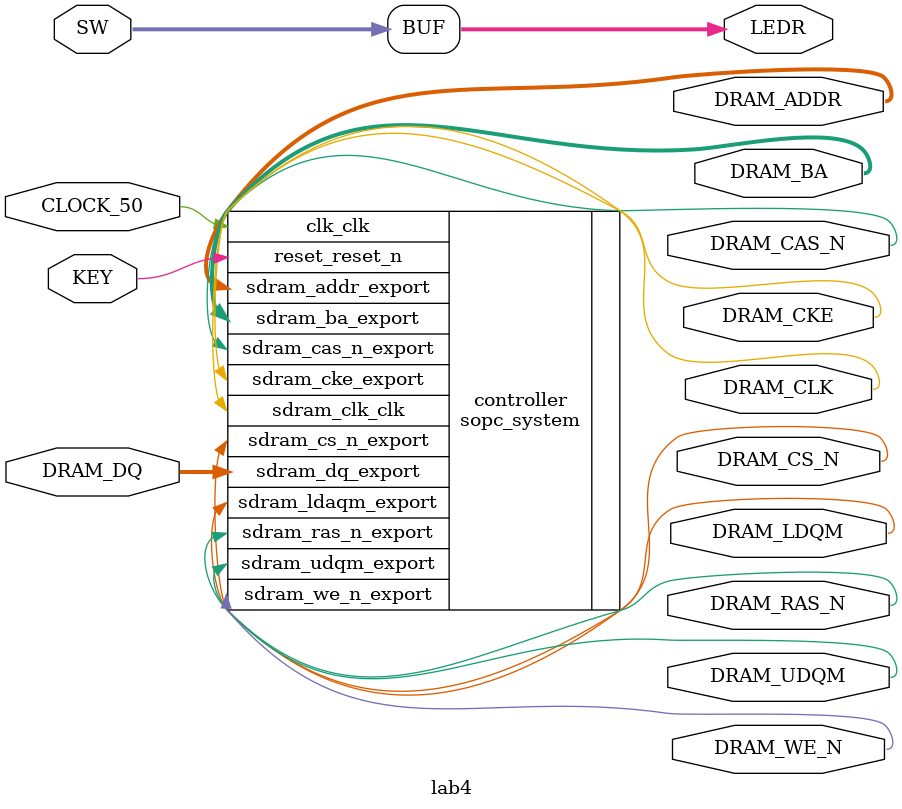
<source format=v>
/*****************************************************************************
 *                                                                           *
 * Module:       Lab4                                                       *
 * Description:                                                              *
 *      This module is the top level module of MT3TB4 Lab 4                    *
 *                                                                           *
 *****************************************************************************/

module lab4 (
input				CLOCK_50,	
input		[0:0]	KEY, 
input 	[7:0] SW,               //for reset
output 	[7:0] LEDR,

// Bidirectionals
inout		[15:0]		DRAM_DQ,

// Outputs

output		[12:0]	DRAM_ADDR,
output 		[1:0]		DRAM_BA,
output					DRAM_LDQM,  //data mask; when it is low, the DQ is valid for reading and writing. 
output					DRAM_UDQM,
output					DRAM_RAS_N,
output 					DRAM_CAS_N,
output 					DRAM_CLK,
output					DRAM_CKE,
output 					DRAM_WE_N,
output 					DRAM_CS_N


);


// Internal Wires
wire [31:0] address;
wire bus_enable;
wire [1:0] byte_enable;
wire [15:0] write_data;
wire [15:0] read_data;
wire rw;
wire acknowledge;
wire SRAM_CE_N_wire;
wire SRAM_WE_N_wire;
wire SRAM_OE_N_wire;
wire SRAM_UB_N_wire;
wire SRAM_LB_N_wire;
assign SRAM_CE_N = SRAM_CE_N_wire;
assign SRAM_WE_N = SRAM_WE_N_wire;
assign SRAM_OE_N = SRAM_OE_N_wire;
assign SRAM_UB_N = SRAM_UB_N_wire;
assign SRAM_LB_N = SRAM_LB_N_wire;



assign LEDR=SW;

//Instantiate your sopc_system module generated by Platform Designer.  


sopc_system  controller (
		// example ports 
		.clk_clk(CLOCK_50),              
		.reset_reset_n(KEY[0]),        
		.sdram_clk_clk(DRAM_CLK),
		// more ports
		.sdram_addr_export(DRAM_ADDR),  
		.sdram_ba_export(DRAM_BA),    
		.sdram_cas_n_export(DRAM_CAS_N), 
		.sdram_cke_export(DRAM_CKE),   
		.sdram_cs_n_export(DRAM_CS_N),  
		.sdram_dq_export(DRAM_DQ),    
		.sdram_ldaqm_export(DRAM_LDQM),  
		.sdram_ras_n_export(DRAM_RAS_N), 
		.sdram_udqm_export(DRAM_UDQM),  
		.sdram_we_n_export(DRAM_WE_N),
		/*
		.sram_controller_0_conduit_end_export(SRAM_DQ), 
		.sram_controller_0_conduit_end_1_export(SRAM_ADDR), 
		.sram_controller_0_conduit_end_2_export(SRAM_CE_N_wire), 
		.sram_controller_0_conduit_end_3_export(SRAM_WE_N_wire), 
		.sram_controller_0_conduit_end_4_export(SRAM_OE_N_wire), 
		.sram_controller_0_conduit_end_5_export(SRAM_UB_N_wire), 
		.sram_controller_0_conduit_end_6_export(SRAM_LB_N_wire), 
		*/
	);

	
	

	
endmodule
</source>
